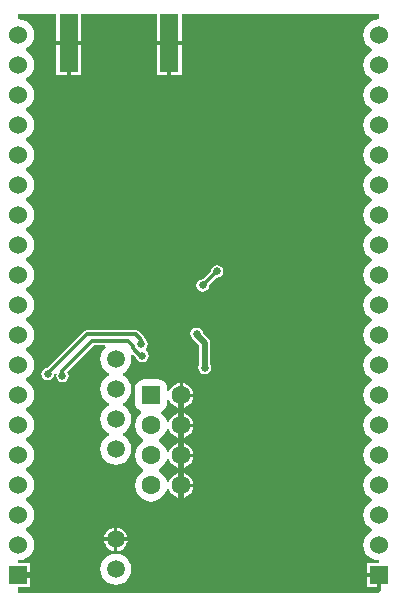
<source format=gbl>
%FSAX24Y24*%
%MOIN*%
G70*
G01*
G75*
G04 Layer_Physical_Order=2*
G04 Layer_Color=16711680*
G04:AMPARAMS|DCode=10|XSize=17.7mil|YSize=43.3mil|CornerRadius=4.4mil|HoleSize=0mil|Usage=FLASHONLY|Rotation=180.000|XOffset=0mil|YOffset=0mil|HoleType=Round|Shape=RoundedRectangle|*
%AMROUNDEDRECTD10*
21,1,0.0177,0.0344,0,0,180.0*
21,1,0.0089,0.0433,0,0,180.0*
1,1,0.0089,-0.0044,0.0172*
1,1,0.0089,0.0044,0.0172*
1,1,0.0089,0.0044,-0.0172*
1,1,0.0089,-0.0044,-0.0172*
%
%ADD10ROUNDEDRECTD10*%
G04:AMPARAMS|DCode=11|XSize=84.6mil|YSize=84.6mil|CornerRadius=4.2mil|HoleSize=0mil|Usage=FLASHONLY|Rotation=90.000|XOffset=0mil|YOffset=0mil|HoleType=Round|Shape=RoundedRectangle|*
%AMROUNDEDRECTD11*
21,1,0.0846,0.0762,0,0,90.0*
21,1,0.0762,0.0846,0,0,90.0*
1,1,0.0085,0.0381,0.0381*
1,1,0.0085,0.0381,-0.0381*
1,1,0.0085,-0.0381,-0.0381*
1,1,0.0085,-0.0381,0.0381*
%
%ADD11ROUNDEDRECTD11*%
G04:AMPARAMS|DCode=12|XSize=17.7mil|YSize=43.3mil|CornerRadius=4.4mil|HoleSize=0mil|Usage=FLASHONLY|Rotation=270.000|XOffset=0mil|YOffset=0mil|HoleType=Round|Shape=RoundedRectangle|*
%AMROUNDEDRECTD12*
21,1,0.0177,0.0344,0,0,270.0*
21,1,0.0089,0.0433,0,0,270.0*
1,1,0.0089,-0.0172,-0.0044*
1,1,0.0089,-0.0172,0.0044*
1,1,0.0089,0.0172,0.0044*
1,1,0.0089,0.0172,-0.0044*
%
%ADD12ROUNDEDRECTD12*%
G04:AMPARAMS|DCode=13|XSize=59.1mil|YSize=51.2mil|CornerRadius=12.8mil|HoleSize=0mil|Usage=FLASHONLY|Rotation=270.000|XOffset=0mil|YOffset=0mil|HoleType=Round|Shape=RoundedRectangle|*
%AMROUNDEDRECTD13*
21,1,0.0591,0.0256,0,0,270.0*
21,1,0.0335,0.0512,0,0,270.0*
1,1,0.0256,-0.0128,-0.0167*
1,1,0.0256,-0.0128,0.0167*
1,1,0.0256,0.0128,0.0167*
1,1,0.0256,0.0128,-0.0167*
%
%ADD13ROUNDEDRECTD13*%
G04:AMPARAMS|DCode=14|XSize=39.4mil|YSize=39.4mil|CornerRadius=9.8mil|HoleSize=0mil|Usage=FLASHONLY|Rotation=180.000|XOffset=0mil|YOffset=0mil|HoleType=Round|Shape=RoundedRectangle|*
%AMROUNDEDRECTD14*
21,1,0.0394,0.0197,0,0,180.0*
21,1,0.0197,0.0394,0,0,180.0*
1,1,0.0197,-0.0098,0.0098*
1,1,0.0197,0.0098,0.0098*
1,1,0.0197,0.0098,-0.0098*
1,1,0.0197,-0.0098,-0.0098*
%
%ADD14ROUNDEDRECTD14*%
G04:AMPARAMS|DCode=15|XSize=32mil|YSize=40mil|CornerRadius=4mil|HoleSize=0mil|Usage=FLASHONLY|Rotation=270.000|XOffset=0mil|YOffset=0mil|HoleType=Round|Shape=RoundedRectangle|*
%AMROUNDEDRECTD15*
21,1,0.0320,0.0320,0,0,270.0*
21,1,0.0240,0.0400,0,0,270.0*
1,1,0.0080,-0.0160,-0.0120*
1,1,0.0080,-0.0160,0.0120*
1,1,0.0080,0.0160,0.0120*
1,1,0.0080,0.0160,-0.0120*
%
%ADD15ROUNDEDRECTD15*%
%ADD16R,0.1063X0.0669*%
%ADD17R,0.0512X0.0354*%
%ADD18R,0.0748X0.0354*%
%ADD19R,0.0630X0.1929*%
%ADD20R,0.0276X0.0925*%
G04:AMPARAMS|DCode=21|XSize=39.4mil|YSize=39.4mil|CornerRadius=9.8mil|HoleSize=0mil|Usage=FLASHONLY|Rotation=90.000|XOffset=0mil|YOffset=0mil|HoleType=Round|Shape=RoundedRectangle|*
%AMROUNDEDRECTD21*
21,1,0.0394,0.0197,0,0,90.0*
21,1,0.0197,0.0394,0,0,90.0*
1,1,0.0197,0.0098,0.0098*
1,1,0.0197,0.0098,-0.0098*
1,1,0.0197,-0.0098,-0.0098*
1,1,0.0197,-0.0098,0.0098*
%
%ADD21ROUNDEDRECTD21*%
G04:AMPARAMS|DCode=22|XSize=59.1mil|YSize=51.2mil|CornerRadius=12.8mil|HoleSize=0mil|Usage=FLASHONLY|Rotation=0.000|XOffset=0mil|YOffset=0mil|HoleType=Round|Shape=RoundedRectangle|*
%AMROUNDEDRECTD22*
21,1,0.0591,0.0256,0,0,0.0*
21,1,0.0335,0.0512,0,0,0.0*
1,1,0.0256,0.0167,-0.0128*
1,1,0.0256,-0.0167,-0.0128*
1,1,0.0256,-0.0167,0.0128*
1,1,0.0256,0.0167,0.0128*
%
%ADD22ROUNDEDRECTD22*%
G04:AMPARAMS|DCode=23|XSize=70.9mil|YSize=65mil|CornerRadius=4.9mil|HoleSize=0mil|Usage=FLASHONLY|Rotation=0.000|XOffset=0mil|YOffset=0mil|HoleType=Round|Shape=RoundedRectangle|*
%AMROUNDEDRECTD23*
21,1,0.0709,0.0552,0,0,0.0*
21,1,0.0611,0.0650,0,0,0.0*
1,1,0.0097,0.0306,-0.0276*
1,1,0.0097,-0.0306,-0.0276*
1,1,0.0097,-0.0306,0.0276*
1,1,0.0097,0.0306,0.0276*
%
%ADD23ROUNDEDRECTD23*%
G04:AMPARAMS|DCode=24|XSize=32mil|YSize=40mil|CornerRadius=4mil|HoleSize=0mil|Usage=FLASHONLY|Rotation=0.000|XOffset=0mil|YOffset=0mil|HoleType=Round|Shape=RoundedRectangle|*
%AMROUNDEDRECTD24*
21,1,0.0320,0.0320,0,0,0.0*
21,1,0.0240,0.0400,0,0,0.0*
1,1,0.0080,0.0120,-0.0160*
1,1,0.0080,-0.0120,-0.0160*
1,1,0.0080,-0.0120,0.0160*
1,1,0.0080,0.0120,0.0160*
%
%ADD24ROUNDEDRECTD24*%
%ADD25O,0.0236X0.0827*%
%ADD26R,0.0354X0.0217*%
%ADD27C,0.0118*%
%ADD28C,0.0197*%
%ADD29C,0.0079*%
%ADD30C,0.0100*%
%ADD31C,0.0080*%
%ADD32R,0.0256X0.0591*%
%ADD33R,0.0394X0.0217*%
%ADD34R,0.0217X0.0394*%
%ADD35R,0.0591X0.0256*%
%ADD36C,0.0591*%
%ADD37C,0.0630*%
G04:AMPARAMS|DCode=38|XSize=63mil|YSize=63mil|CornerRadius=7.9mil|HoleSize=0mil|Usage=FLASHONLY|Rotation=270.000|XOffset=0mil|YOffset=0mil|HoleType=Round|Shape=RoundedRectangle|*
%AMROUNDEDRECTD38*
21,1,0.0630,0.0472,0,0,270.0*
21,1,0.0472,0.0630,0,0,270.0*
1,1,0.0157,-0.0236,-0.0236*
1,1,0.0157,-0.0236,0.0236*
1,1,0.0157,0.0236,0.0236*
1,1,0.0157,0.0236,-0.0236*
%
%ADD38ROUNDEDRECTD38*%
%ADD39C,0.0600*%
%ADD40R,0.0600X0.0600*%
%ADD41C,0.0256*%
G36*
X052362Y046867D02*
X052227Y046850D01*
X052102Y046798D01*
X051994Y046715D01*
X051911Y046607D01*
X051859Y046481D01*
X051841Y046346D01*
X051859Y046212D01*
X051911Y046086D01*
X051994Y045978D01*
X052102Y045895D01*
X052124Y045886D01*
Y045807D01*
X052102Y045798D01*
X051994Y045715D01*
X051911Y045607D01*
X051859Y045481D01*
X051841Y045346D01*
X051859Y045212D01*
X051911Y045086D01*
X051994Y044978D01*
X052102Y044895D01*
X052124Y044886D01*
Y044807D01*
X052102Y044798D01*
X051994Y044715D01*
X051911Y044607D01*
X051859Y044481D01*
X051841Y044346D01*
X051859Y044212D01*
X051911Y044086D01*
X051994Y043978D01*
X052102Y043895D01*
X052124Y043886D01*
Y043807D01*
X052102Y043798D01*
X051994Y043715D01*
X051911Y043607D01*
X051859Y043481D01*
X051841Y043346D01*
X051859Y043212D01*
X051911Y043086D01*
X051994Y042978D01*
X052102Y042895D01*
X052124Y042886D01*
Y042807D01*
X052102Y042798D01*
X051994Y042715D01*
X051911Y042607D01*
X051859Y042481D01*
X051841Y042346D01*
X051859Y042212D01*
X051911Y042086D01*
X051994Y041978D01*
X052102Y041895D01*
X052124Y041886D01*
Y041807D01*
X052102Y041798D01*
X051994Y041715D01*
X051911Y041607D01*
X051859Y041481D01*
X051841Y041346D01*
X051859Y041212D01*
X051911Y041086D01*
X051994Y040978D01*
X052102Y040895D01*
X052124Y040886D01*
Y040807D01*
X052102Y040798D01*
X051994Y040715D01*
X051911Y040607D01*
X051859Y040481D01*
X051841Y040346D01*
X051859Y040212D01*
X051911Y040086D01*
X051994Y039978D01*
X052102Y039895D01*
X052124Y039886D01*
Y039807D01*
X052102Y039798D01*
X051994Y039715D01*
X051911Y039607D01*
X051859Y039481D01*
X051841Y039346D01*
X051859Y039212D01*
X051911Y039086D01*
X051994Y038978D01*
X052102Y038895D01*
X052124Y038886D01*
Y038807D01*
X052102Y038798D01*
X051994Y038715D01*
X051911Y038607D01*
X051859Y038481D01*
X051841Y038346D01*
X051859Y038212D01*
X051911Y038086D01*
X051994Y037978D01*
X052102Y037895D01*
X052124Y037886D01*
Y037807D01*
X052102Y037798D01*
X051994Y037715D01*
X051911Y037607D01*
X051859Y037481D01*
X051841Y037346D01*
X051859Y037212D01*
X051911Y037086D01*
X051994Y036978D01*
X052102Y036895D01*
X052124Y036886D01*
Y036807D01*
X052102Y036798D01*
X051994Y036715D01*
X051911Y036607D01*
X051859Y036481D01*
X051841Y036346D01*
X051859Y036212D01*
X051911Y036086D01*
X051994Y035978D01*
X052102Y035895D01*
X052124Y035886D01*
Y035807D01*
X052102Y035798D01*
X051994Y035715D01*
X051911Y035607D01*
X051859Y035481D01*
X051841Y035346D01*
X051859Y035212D01*
X051911Y035086D01*
X051994Y034978D01*
X052102Y034895D01*
X052124Y034886D01*
Y034807D01*
X052102Y034798D01*
X051994Y034715D01*
X051911Y034607D01*
X051859Y034481D01*
X051841Y034346D01*
X051859Y034212D01*
X051911Y034086D01*
X051994Y033978D01*
X052102Y033895D01*
X052124Y033886D01*
Y033807D01*
X052102Y033798D01*
X051994Y033715D01*
X051911Y033607D01*
X051859Y033481D01*
X051841Y033346D01*
X051859Y033212D01*
X051911Y033086D01*
X051994Y032978D01*
X052102Y032895D01*
X052124Y032886D01*
Y032807D01*
X052102Y032798D01*
X051994Y032715D01*
X051911Y032607D01*
X051859Y032481D01*
X051841Y032346D01*
X051859Y032212D01*
X051911Y032086D01*
X051994Y031978D01*
X052102Y031895D01*
X052124Y031886D01*
Y031807D01*
X052102Y031798D01*
X051994Y031715D01*
X051911Y031607D01*
X051859Y031481D01*
X051841Y031346D01*
X051859Y031212D01*
X051911Y031086D01*
X051994Y030978D01*
X052102Y030895D01*
X052124Y030886D01*
Y030807D01*
X052102Y030798D01*
X051994Y030715D01*
X051911Y030607D01*
X051859Y030481D01*
X051841Y030346D01*
X051859Y030212D01*
X051911Y030086D01*
X051994Y029978D01*
X052102Y029895D01*
X052124Y029886D01*
Y029807D01*
X052102Y029798D01*
X051994Y029715D01*
X051911Y029607D01*
X051859Y029481D01*
X051841Y029346D01*
X051859Y029212D01*
X051911Y029086D01*
X051994Y028978D01*
X052102Y028895D01*
X052227Y028843D01*
X052362Y028825D01*
Y028746D01*
X051962D01*
Y028396D01*
X052362D01*
Y028296D01*
X051962D01*
Y027946D01*
X052362D01*
Y027756D01*
X040354D01*
Y027946D01*
X040754D01*
Y028296D01*
X040354D01*
Y028396D01*
X040754D01*
Y028746D01*
X040354D01*
Y028825D01*
X040489Y028843D01*
X040615Y028895D01*
X040723Y028978D01*
X040806Y029086D01*
X040858Y029212D01*
X040875Y029346D01*
X040858Y029481D01*
X040806Y029607D01*
X040723Y029715D01*
X040615Y029798D01*
X040592Y029807D01*
Y029886D01*
X040615Y029895D01*
X040723Y029978D01*
X040806Y030086D01*
X040858Y030212D01*
X040875Y030346D01*
X040858Y030481D01*
X040806Y030607D01*
X040723Y030715D01*
X040615Y030798D01*
X040592Y030807D01*
Y030886D01*
X040615Y030895D01*
X040723Y030978D01*
X040806Y031086D01*
X040858Y031212D01*
X040875Y031346D01*
X040858Y031481D01*
X040806Y031607D01*
X040723Y031715D01*
X040615Y031798D01*
X040592Y031807D01*
Y031886D01*
X040615Y031895D01*
X040723Y031978D01*
X040806Y032086D01*
X040858Y032212D01*
X040875Y032346D01*
X040858Y032481D01*
X040806Y032607D01*
X040723Y032715D01*
X040615Y032798D01*
X040592Y032807D01*
Y032886D01*
X040615Y032895D01*
X040723Y032978D01*
X040806Y033086D01*
X040858Y033212D01*
X040875Y033346D01*
X040858Y033481D01*
X040806Y033607D01*
X040723Y033715D01*
X040615Y033798D01*
X040592Y033807D01*
Y033886D01*
X040615Y033895D01*
X040723Y033978D01*
X040806Y034086D01*
X040858Y034212D01*
X040875Y034346D01*
X040858Y034481D01*
X040806Y034607D01*
X040723Y034715D01*
X040615Y034798D01*
X040592Y034807D01*
Y034886D01*
X040615Y034895D01*
X040723Y034978D01*
X040806Y035086D01*
X040858Y035212D01*
X040875Y035346D01*
X040858Y035481D01*
X040806Y035607D01*
X040723Y035715D01*
X040615Y035798D01*
X040592Y035807D01*
Y035886D01*
X040615Y035895D01*
X040723Y035978D01*
X040806Y036086D01*
X040858Y036212D01*
X040875Y036346D01*
X040858Y036481D01*
X040806Y036607D01*
X040723Y036715D01*
X040615Y036798D01*
X040592Y036807D01*
Y036886D01*
X040615Y036895D01*
X040723Y036978D01*
X040806Y037086D01*
X040858Y037212D01*
X040875Y037346D01*
X040858Y037481D01*
X040806Y037607D01*
X040723Y037715D01*
X040615Y037798D01*
X040592Y037807D01*
Y037886D01*
X040615Y037895D01*
X040723Y037978D01*
X040806Y038086D01*
X040858Y038212D01*
X040875Y038346D01*
X040858Y038481D01*
X040806Y038607D01*
X040723Y038715D01*
X040615Y038798D01*
X040592Y038807D01*
Y038886D01*
X040615Y038895D01*
X040723Y038978D01*
X040806Y039086D01*
X040858Y039212D01*
X040875Y039346D01*
X040858Y039481D01*
X040806Y039607D01*
X040723Y039715D01*
X040615Y039798D01*
X040592Y039807D01*
Y039886D01*
X040615Y039895D01*
X040723Y039978D01*
X040806Y040086D01*
X040858Y040212D01*
X040875Y040346D01*
X040858Y040481D01*
X040806Y040607D01*
X040723Y040715D01*
X040615Y040798D01*
X040592Y040807D01*
Y040886D01*
X040615Y040895D01*
X040723Y040978D01*
X040806Y041086D01*
X040858Y041212D01*
X040875Y041346D01*
X040858Y041481D01*
X040806Y041607D01*
X040723Y041715D01*
X040615Y041798D01*
X040592Y041807D01*
Y041886D01*
X040615Y041895D01*
X040723Y041978D01*
X040806Y042086D01*
X040858Y042212D01*
X040875Y042346D01*
X040858Y042481D01*
X040806Y042607D01*
X040723Y042715D01*
X040615Y042798D01*
X040592Y042807D01*
Y042886D01*
X040615Y042895D01*
X040723Y042978D01*
X040806Y043086D01*
X040858Y043212D01*
X040875Y043346D01*
X040858Y043481D01*
X040806Y043607D01*
X040723Y043715D01*
X040615Y043798D01*
X040592Y043807D01*
Y043886D01*
X040615Y043895D01*
X040723Y043978D01*
X040806Y044086D01*
X040858Y044212D01*
X040875Y044346D01*
X040858Y044481D01*
X040806Y044607D01*
X040723Y044715D01*
X040615Y044798D01*
X040592Y044807D01*
Y044886D01*
X040615Y044895D01*
X040723Y044978D01*
X040806Y045086D01*
X040858Y045212D01*
X040875Y045346D01*
X040858Y045481D01*
X040806Y045607D01*
X040723Y045715D01*
X040615Y045798D01*
X040592Y045807D01*
Y045886D01*
X040615Y045895D01*
X040723Y045978D01*
X040806Y046086D01*
X040858Y046212D01*
X040875Y046346D01*
X040858Y046481D01*
X040806Y046607D01*
X040723Y046715D01*
X040615Y046798D01*
X040489Y046850D01*
X040354Y046867D01*
Y047047D01*
X041613D01*
Y046133D01*
X042443D01*
Y047047D01*
X044959D01*
Y046133D01*
X045789D01*
Y047047D01*
X052362D01*
Y046867D01*
D02*
G37*
%LPC*%
G36*
X045826Y031737D02*
Y031375D01*
X046188D01*
X046180Y031433D01*
X046138Y031534D01*
X046072Y031621D01*
X045985Y031687D01*
X045884Y031729D01*
X045826Y031737D01*
D02*
G37*
G36*
X046188Y031275D02*
X045826D01*
Y030913D01*
X045884Y030921D01*
X045985Y030962D01*
X046072Y031029D01*
X046138Y031116D01*
X046180Y031216D01*
X046188Y031275D01*
D02*
G37*
G36*
Y032275D02*
X045826D01*
Y031913D01*
X045884Y031921D01*
X045985Y031962D01*
X046072Y032029D01*
X046138Y032116D01*
X046180Y032216D01*
X046188Y032275D01*
D02*
G37*
G36*
Y033275D02*
X045826D01*
Y032913D01*
X045884Y032921D01*
X045985Y032962D01*
X046072Y033029D01*
X046138Y033116D01*
X046180Y033216D01*
X046188Y033275D01*
D02*
G37*
G36*
X045826Y032737D02*
Y032375D01*
X046188D01*
X046180Y032433D01*
X046138Y032534D01*
X046072Y032621D01*
X045985Y032687D01*
X045884Y032729D01*
X045826Y032737D01*
D02*
G37*
G36*
X043552Y029478D02*
X043210D01*
X043217Y029424D01*
X043257Y029328D01*
X043320Y029246D01*
X043403Y029182D01*
X043499Y029142D01*
X043552Y029135D01*
Y029478D01*
D02*
G37*
G36*
X043602Y029044D02*
X043469Y029026D01*
X043344Y028975D01*
X043237Y028893D01*
X043155Y028786D01*
X043104Y028661D01*
X043086Y028528D01*
X043104Y028394D01*
X043155Y028269D01*
X043237Y028163D01*
X043344Y028080D01*
X043469Y028029D01*
X043602Y028011D01*
X043736Y028029D01*
X043860Y028080D01*
X043967Y028163D01*
X044049Y028269D01*
X044101Y028394D01*
X044119Y028528D01*
X044101Y028661D01*
X044049Y028786D01*
X043967Y028893D01*
X043860Y028975D01*
X043736Y029026D01*
X043602Y029044D01*
D02*
G37*
G36*
X043994Y029478D02*
X043652D01*
Y029135D01*
X043706Y029142D01*
X043802Y029182D01*
X043884Y029246D01*
X043948Y029328D01*
X043987Y029424D01*
X043994Y029478D01*
D02*
G37*
G36*
X043652Y029920D02*
Y029578D01*
X043994D01*
X043987Y029631D01*
X043948Y029727D01*
X043884Y029809D01*
X043802Y029873D01*
X043706Y029913D01*
X043652Y029920D01*
D02*
G37*
G36*
X043552D02*
X043499Y029913D01*
X043403Y029873D01*
X043320Y029809D01*
X043257Y029727D01*
X043217Y029631D01*
X043210Y029578D01*
X043552D01*
Y029920D01*
D02*
G37*
G36*
X045826Y033737D02*
Y033375D01*
X046188D01*
X046180Y033433D01*
X046138Y033534D01*
X046072Y033621D01*
X045985Y033687D01*
X045884Y033729D01*
X045826Y033737D01*
D02*
G37*
G36*
X041978Y046033D02*
X041613D01*
Y045018D01*
X041978D01*
Y046033D01*
D02*
G37*
G36*
X046975Y038669D02*
X046894Y038653D01*
X046826Y038607D01*
X046780Y038539D01*
X046764Y038458D01*
X046766Y038448D01*
X046516Y038199D01*
X046496Y038203D01*
X046415Y038187D01*
X046347Y038141D01*
X046301Y038073D01*
X046285Y037992D01*
X046301Y037911D01*
X046347Y037843D01*
X046415Y037797D01*
X046496Y037781D01*
X046577Y037797D01*
X046645Y037843D01*
X046691Y037911D01*
X046707Y037992D01*
X046965Y038250D01*
X046975Y038248D01*
X047055Y038264D01*
X047124Y038309D01*
X047169Y038378D01*
X047185Y038458D01*
X047169Y038539D01*
X047124Y038607D01*
X047055Y038653D01*
X046975Y038669D01*
D02*
G37*
G36*
X042443Y046033D02*
X042078D01*
Y045018D01*
X042443D01*
Y046033D01*
D02*
G37*
G36*
X045789D02*
X045424D01*
Y045018D01*
X045789D01*
Y046033D01*
D02*
G37*
G36*
X045324D02*
X044959D01*
Y045018D01*
X045324D01*
Y046033D01*
D02*
G37*
G36*
X046188Y034275D02*
X045826D01*
Y033913D01*
X045884Y033921D01*
X045985Y033962D01*
X046072Y034029D01*
X046138Y034116D01*
X046180Y034216D01*
X046188Y034275D01*
D02*
G37*
G36*
X045012Y034859D02*
X044539D01*
X044462Y034849D01*
X044390Y034819D01*
X044329Y034772D01*
X044281Y034710D01*
X044252Y034638D01*
X044242Y034561D01*
Y034089D01*
X044252Y034011D01*
X044281Y033940D01*
X044329Y033878D01*
X044390Y033831D01*
X044429Y033815D01*
X044439Y033737D01*
X044397Y033704D01*
X044311Y033593D01*
X044258Y033464D01*
X044240Y033325D01*
X044258Y033186D01*
X044311Y033057D01*
X044397Y032946D01*
X044503Y032864D01*
Y032785D01*
X044397Y032704D01*
X044311Y032593D01*
X044258Y032464D01*
X044240Y032325D01*
X044258Y032186D01*
X044311Y032057D01*
X044397Y031946D01*
X044503Y031864D01*
Y031785D01*
X044397Y031704D01*
X044311Y031593D01*
X044258Y031464D01*
X044240Y031325D01*
X044258Y031186D01*
X044311Y031057D01*
X044397Y030946D01*
X044508Y030861D01*
X044637Y030807D01*
X044776Y030789D01*
X044914Y030807D01*
X045044Y030861D01*
X045155Y030946D01*
X045240Y031057D01*
X045293Y031186D01*
X045295Y031201D01*
X045373Y031211D01*
X045413Y031116D01*
X045480Y031029D01*
X045566Y030962D01*
X045667Y030921D01*
X045726Y030913D01*
Y031325D01*
Y031737D01*
X045667Y031729D01*
X045566Y031687D01*
X045480Y031621D01*
X045413Y031534D01*
X045373Y031438D01*
X045295Y031449D01*
X045293Y031464D01*
X045240Y031593D01*
X045155Y031704D01*
X045048Y031785D01*
Y031864D01*
X045155Y031946D01*
X045240Y032057D01*
X045293Y032186D01*
X045295Y032201D01*
X045373Y032211D01*
X045413Y032116D01*
X045480Y032029D01*
X045566Y031962D01*
X045667Y031921D01*
X045726Y031913D01*
Y032325D01*
Y032737D01*
X045667Y032729D01*
X045566Y032687D01*
X045480Y032621D01*
X045413Y032534D01*
X045373Y032438D01*
X045295Y032449D01*
X045293Y032464D01*
X045240Y032593D01*
X045155Y032704D01*
X045048Y032785D01*
Y032864D01*
X045155Y032946D01*
X045240Y033057D01*
X045293Y033186D01*
X045295Y033201D01*
X045373Y033211D01*
X045413Y033116D01*
X045480Y033029D01*
X045566Y032962D01*
X045667Y032921D01*
X045726Y032913D01*
Y033325D01*
Y033737D01*
X045667Y033729D01*
X045566Y033687D01*
X045480Y033621D01*
X045413Y033534D01*
X045373Y033438D01*
X045295Y033449D01*
X045293Y033464D01*
X045240Y033593D01*
X045155Y033704D01*
X045112Y033737D01*
X045122Y033815D01*
X045161Y033831D01*
X045222Y033878D01*
X045270Y033940D01*
X045299Y034011D01*
X045310Y034089D01*
Y034164D01*
X045387Y034179D01*
X045413Y034116D01*
X045480Y034029D01*
X045566Y033962D01*
X045667Y033921D01*
X045726Y033913D01*
Y034325D01*
Y034737D01*
X045667Y034729D01*
X045566Y034687D01*
X045480Y034621D01*
X045413Y034534D01*
X045387Y034471D01*
X045310Y034486D01*
Y034561D01*
X045299Y034638D01*
X045270Y034710D01*
X045222Y034772D01*
X045161Y034819D01*
X045089Y034849D01*
X045012Y034859D01*
D02*
G37*
G36*
X045826Y034737D02*
Y034375D01*
X046188D01*
X046180Y034433D01*
X046138Y034534D01*
X046072Y034621D01*
X045985Y034687D01*
X045884Y034729D01*
X045826Y034737D01*
D02*
G37*
G36*
X044272Y036499D02*
X042628D01*
X042574Y036488D01*
X042529Y036458D01*
X041319Y035248D01*
X041248Y035234D01*
X041180Y035188D01*
X041134Y035120D01*
X041118Y035039D01*
X041134Y034959D01*
X041180Y034890D01*
X041248Y034845D01*
X041329Y034829D01*
X041409Y034845D01*
X041478Y034890D01*
X041523Y034959D01*
X041536Y035024D01*
X041591Y035050D01*
X041614Y035054D01*
X041613Y035054D01*
X041624Y035049D01*
X041610Y034980D01*
X041626Y034900D01*
X041672Y034831D01*
X041740Y034786D01*
X041821Y034770D01*
X041902Y034786D01*
X041970Y034831D01*
X042016Y034900D01*
X042032Y034980D01*
X042016Y035061D01*
X041986Y035105D01*
X042873Y035991D01*
X043244D01*
X043269Y035917D01*
X043237Y035893D01*
X043155Y035786D01*
X043104Y035661D01*
X043086Y035528D01*
X043104Y035394D01*
X043155Y035269D01*
X043237Y035163D01*
X043344Y035080D01*
X043377Y035067D01*
Y034988D01*
X043344Y034975D01*
X043237Y034893D01*
X043155Y034786D01*
X043104Y034661D01*
X043086Y034528D01*
X043104Y034394D01*
X043155Y034269D01*
X043237Y034163D01*
X043344Y034080D01*
X043377Y034067D01*
Y033988D01*
X043344Y033975D01*
X043237Y033893D01*
X043155Y033786D01*
X043104Y033661D01*
X043086Y033528D01*
X043104Y033394D01*
X043155Y033269D01*
X043237Y033163D01*
X043344Y033080D01*
X043377Y033067D01*
Y032988D01*
X043344Y032975D01*
X043237Y032893D01*
X043155Y032786D01*
X043104Y032661D01*
X043086Y032528D01*
X043104Y032394D01*
X043155Y032269D01*
X043237Y032163D01*
X043344Y032080D01*
X043469Y032029D01*
X043602Y032011D01*
X043736Y032029D01*
X043860Y032080D01*
X043967Y032163D01*
X044049Y032269D01*
X044101Y032394D01*
X044119Y032528D01*
X044101Y032661D01*
X044049Y032786D01*
X043967Y032893D01*
X043860Y032975D01*
X043828Y032988D01*
Y033067D01*
X043860Y033080D01*
X043967Y033163D01*
X044049Y033269D01*
X044101Y033394D01*
X044119Y033528D01*
X044101Y033661D01*
X044049Y033786D01*
X043967Y033893D01*
X043860Y033975D01*
X043828Y033988D01*
Y034067D01*
X043860Y034080D01*
X043967Y034163D01*
X044049Y034269D01*
X044101Y034394D01*
X044119Y034528D01*
X044101Y034661D01*
X044049Y034786D01*
X043967Y034893D01*
X043860Y034975D01*
X043828Y034988D01*
Y035067D01*
X043860Y035080D01*
X043967Y035163D01*
X044049Y035269D01*
X044101Y035394D01*
X044119Y035528D01*
X044101Y035661D01*
X044177Y035693D01*
X044279Y035591D01*
X044284Y035569D01*
X044329Y035501D01*
X044398Y035455D01*
X044478Y035439D01*
X044559Y035455D01*
X044627Y035501D01*
X044673Y035569D01*
X044689Y035650D01*
X044673Y035730D01*
X044627Y035799D01*
X044618Y035805D01*
X044603Y035882D01*
X044644Y035943D01*
X044660Y036024D01*
X044644Y036104D01*
X044598Y036173D01*
X044589Y036178D01*
Y036181D01*
X044579Y036235D01*
X044548Y036280D01*
X044371Y036458D01*
X044325Y036488D01*
X044272Y036499D01*
D02*
G37*
G36*
X046299Y036589D02*
X046219Y036573D01*
X046150Y036527D01*
X046105Y036459D01*
X046088Y036378D01*
X046105Y036297D01*
X046150Y036229D01*
X046167Y036218D01*
X046171Y036211D01*
X046384Y035998D01*
Y035348D01*
X046370Y035327D01*
X046354Y035246D01*
X046370Y035165D01*
X046416Y035097D01*
X046484Y035051D01*
X046565Y035035D01*
X046646Y035051D01*
X046714Y035097D01*
X046760Y035165D01*
X046776Y035246D01*
X046760Y035327D01*
X046746Y035348D01*
Y036073D01*
X046732Y036142D01*
X046693Y036201D01*
X046509Y036385D01*
X046494Y036459D01*
X046448Y036527D01*
X046380Y036573D01*
X046299Y036589D01*
D02*
G37*
%LPD*%
D19*
X045374Y046083D02*
D03*
X042028D02*
D03*
D27*
X052362Y027844D02*
Y028346D01*
X051742D02*
X052362D01*
X043602Y029528D02*
X044262D01*
X043002D02*
X043602D01*
X046638Y045909D02*
Y046555D01*
X046024D02*
X046638D01*
X045374Y046083D02*
X046132D01*
X044547D02*
X045374D01*
Y044508D02*
Y046083D01*
X042028Y044626D02*
Y046083D01*
X041319D02*
X042028D01*
X042717D01*
X041329Y035059D02*
X042628Y036358D01*
X041821Y034980D02*
Y035138D01*
X042815Y036132D01*
X043996D01*
X044163Y035965D01*
Y035905D02*
Y035965D01*
X044419Y035650D02*
X044478D01*
X044163Y035905D02*
X044419Y035650D01*
X044449Y036024D02*
Y036181D01*
X044272Y036358D02*
X044449Y036181D01*
X042628Y036358D02*
X044272D01*
X046555Y037972D02*
Y038039D01*
X046975Y038458D01*
D28*
X040354Y028346D02*
X041437D01*
X044026Y038396D02*
Y038819D01*
X043789Y039055D02*
X044026Y038819D01*
X043789Y039055D02*
Y039134D01*
X045776Y030608D02*
Y031325D01*
Y032325D01*
Y033325D01*
Y034325D01*
X046299Y036339D02*
X046565Y036073D01*
Y035246D02*
Y036073D01*
D29*
X041329Y035039D02*
Y035059D01*
D36*
X043602Y028528D02*
D03*
Y029528D02*
D03*
Y032528D02*
D03*
Y033528D02*
D03*
Y034528D02*
D03*
Y035528D02*
D03*
D37*
X045776Y031325D02*
D03*
X044776D02*
D03*
X045776Y032325D02*
D03*
X044776D02*
D03*
X045776Y033325D02*
D03*
X044776D02*
D03*
X045776Y034325D02*
D03*
D38*
X044776D02*
D03*
D39*
X040354Y046346D02*
D03*
Y045346D02*
D03*
Y044346D02*
D03*
Y043346D02*
D03*
Y042346D02*
D03*
Y041346D02*
D03*
Y040346D02*
D03*
Y039346D02*
D03*
Y038346D02*
D03*
Y037346D02*
D03*
Y036346D02*
D03*
Y035346D02*
D03*
Y034346D02*
D03*
Y033346D02*
D03*
Y032346D02*
D03*
Y031346D02*
D03*
Y030346D02*
D03*
Y029346D02*
D03*
X052362Y046346D02*
D03*
Y045346D02*
D03*
Y044346D02*
D03*
Y043346D02*
D03*
Y042346D02*
D03*
Y041346D02*
D03*
Y040346D02*
D03*
Y039346D02*
D03*
Y038346D02*
D03*
Y037346D02*
D03*
Y036346D02*
D03*
Y035346D02*
D03*
Y034346D02*
D03*
Y033346D02*
D03*
Y032346D02*
D03*
Y031346D02*
D03*
Y030346D02*
D03*
Y029346D02*
D03*
D40*
X040354Y028346D02*
D03*
X052362D02*
D03*
D41*
X047579Y036693D02*
D03*
X047569Y037195D02*
D03*
X047057Y037185D02*
D03*
X047067Y036703D02*
D03*
X042461Y033268D02*
D03*
X048701Y029016D02*
D03*
X042451Y029154D02*
D03*
X041821Y044006D02*
D03*
X041417Y042844D02*
D03*
X043465Y040167D02*
D03*
X044026Y038396D02*
D03*
X047313Y035778D02*
D03*
X046565Y035246D02*
D03*
X048472Y036642D02*
D03*
X048474Y037274D02*
D03*
X043789Y039134D02*
D03*
X041821Y034980D02*
D03*
X041329Y035039D02*
D03*
X041585Y028445D02*
D03*
X049587Y028110D02*
D03*
X045600Y028081D02*
D03*
X047185Y028091D02*
D03*
X046102Y042756D02*
D03*
X043386Y042372D02*
D03*
X050591Y045748D02*
D03*
X042913Y045787D02*
D03*
X043898Y027913D02*
D03*
X046831Y029331D02*
D03*
X045935Y029321D02*
D03*
X043780Y030354D02*
D03*
X042933Y029862D02*
D03*
X041811Y034409D02*
D03*
X047323Y044016D02*
D03*
X042913Y046654D02*
D03*
X046732Y043425D02*
D03*
X044488Y044882D02*
D03*
Y045787D02*
D03*
Y046654D02*
D03*
X042913Y044882D02*
D03*
X049331Y044961D02*
D03*
X050591D02*
D03*
X049331Y045748D02*
D03*
X048071Y044764D02*
D03*
X040886Y039862D02*
D03*
X044232Y040640D02*
D03*
X044409Y037195D02*
D03*
X047480Y045276D02*
D03*
X046772Y044567D02*
D03*
X046102Y043898D02*
D03*
X048307Y045709D02*
D03*
X051811Y045748D02*
D03*
Y044961D02*
D03*
X044478Y035650D02*
D03*
X044449Y036024D02*
D03*
X044409Y037717D02*
D03*
X046496Y037992D02*
D03*
X046975Y038458D02*
D03*
X046299Y036378D02*
D03*
M02*

</source>
